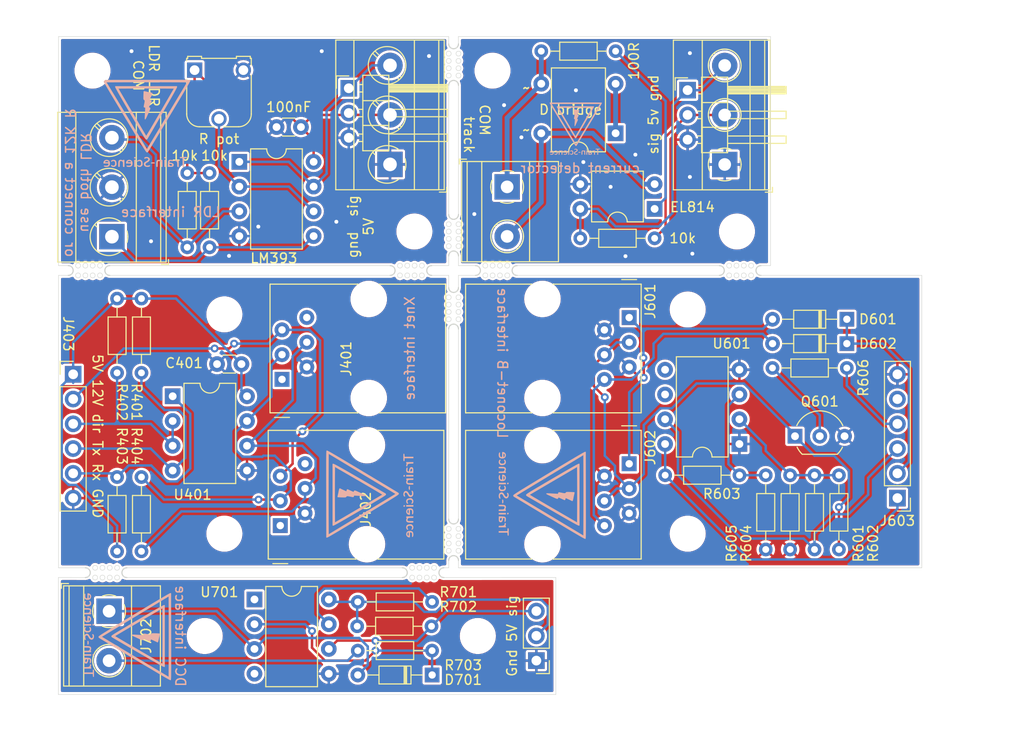
<source format=kicad_pcb>
(kicad_pcb (version 20211014) (generator pcbnew)
  (layers (0 "F.Cu" signal) (31 "B.Cu" signal) (34 "B.Paste" user) (35 "F.Paste" user) (36 "B.SilkS" user "B.Silkscreen") (37 "F.SilkS" user "F.Silkscreen") (38 "B.Mask" user) (39 "F.Mask" user) (44 "Edge.Cuts" user))
  (net 0 "")
  (net 1 "Net-(D701-Pad1)")
  (net 2 "GND")
  (net 3 "DCC_IN")
  (net 4 "+5V")
  (net 5 "Net-(R701-Pad2)")
  (net 7 "DCC-B")
  (net 8 "DCC-A")
  (footprint "TerminalBlock_MetzConnect:TerminalBlock_MetzConnect_Type073_RT02603HBLU_1x03_P5.08mm_Horizontal" (layer "F.Cu") (at 176.97 66.032 90)
    (fp_text reference "J1101" hide)
    (fp_text value "LDR")
  )
  (footprint "Connector_PinHeader_2.54mm:PinHeader_1x06_P2.54mm_Vertical" (layer "F.Cu") (at 173 80.15)
    (fp_text reference "J403")
    (fp_text value "Conn_01x06_Male")
  )
  (footprint "TerminalBlock_Phoenix:TerminalBlock_Phoenix_MKDS-1,5-2-5.08_1x02_P5.08mm_Horizontal" (layer "F.Cu") (at 217.488 60.92 -90)
    (fp_text reference "J1201" hide)
    (fp_text value "tracks")
  )
  (footprint "MountingHole:MountingHole_3.2mm_M3" (layer "F.Cu") (at 186.485249 106.995593)
    (fp_text reference "REF**" hide)
    (fp_text value "MountingHole_3.2mm_M3")
  )
  (footprint "Connector_RJ:RJ12_Amphenol_54601" (layer "F.Cu") (at 230 74.33 -90)
    (fp_text reference "J601")
    (fp_text value "RJ12")
  )
  (footprint "TerminalBlock_Phoenix:TerminalBlock_Phoenix_MKDS-1,5-3-5.08_1x03_P5.08mm_Horizontal" (layer "F.Cu") (at 239.793 58.625 90)
    (fp_text reference "J1202" hide)
    (fp_text value "ter")
  )
  (footprint "TerminalBlock_MetzConnect:TerminalBlock_MetzConnect_Type073_RT02603HBLU_1x03_P5.08mm_Horizontal" (layer "F.Cu") (at 205.48 58.616 90)
    (fp_text reference "J1103" hide)
    (fp_text value "ter")
  )
  (footprint "Connector_PinHeader_2.54mm:PinHeader_1x03_P2.54mm_Vertical" (layer "F.Cu") (at 220.485249 109.520593 180)
    (fp_text reference "J701" hide)
    (fp_text value "Conn_01x03_Male")
  )
  (footprint "Resistor_THT:R_Axial_DIN0204_L3.6mm_D1.6mm_P7.62mm_Horizontal" (layer "F.Cu") (at 251.5 90.5 -90)
    (fp_text reference "R602")
    (fp_text value "47k")
  )
  (footprint "Connector_RJ:RJ12_Amphenol_54601" (layer "F.Cu") (at 194.41 80.67 90)
    (fp_text reference "J401")
    (fp_text value "RJ12")
  )
  (footprint "Package_DIP:DIP-8_W7.62mm" (layer "F.Cu") (at 191.585249 103.245593)
    (fp_text reference "U701")
    (fp_text value "6N137")
  )
  (footprint "Resistor_THT:R_Axial_DIN0204_L3.6mm_D1.6mm_P7.62mm_Horizontal" (layer "F.Cu") (at 180 80 90)
    (fp_text reference "R401")
    (fp_text value "10k")
  )
  (footprint "MountingHole:MountingHole_3.2mm_M3" (layer "F.Cu") (at 241.05 65.5)
    (fp_text reference "REF**" hide)
    (fp_text value "MountingHole_3.2mm_M3")
  )
  (footprint "Resistor_THT:R_Axial_DIN0204_L3.6mm_D1.6mm_P7.62mm_Horizontal" (layer "F.Cu") (at 241.31 90.5 180)
    (fp_text reference "R603")
    (fp_text value "10k")
  )
  (footprint "MountingHole:MountingHole_3.2mm_M3" (layer "F.Cu") (at 215.988 49)
    (fp_text reference "REF**" hide)
    (fp_text value "MountingHole_3.2mm_M3")
  )
  (footprint "Package_DIP:DIP-4_W7.62mm" (layer "F.Cu") (at 232.608 63.18 180)
    (fp_text reference "U1201" hide)
    (fp_text value "EL814")
  )
  (footprint "Resistor_THT:R_Axial_DIN0204_L3.6mm_D1.6mm_P7.62mm_Horizontal" (layer "F.Cu") (at 186.98 59.5 -90)
    (fp_text reference "R1101" hide)
    (fp_text value "10k")
  )
  (footprint "MountingHole:MountingHole_3.2mm_M3" (layer "F.Cu") (at 236 96.5 180)
    (fp_text reference "REF**" hide)
    (fp_text value "MountingHole_3.2mm_M3")
  )
  (footprint "MountingHole:MountingHole_3.2mm_M3" (layer "F.Cu") (at 236 73.5 180)
    (fp_text reference "REF**" hide)
    (fp_text value "MountingHole_3.2mm_M3")
  )
  (footprint "Resistor_THT:R_Axial_DIN0204_L3.6mm_D1.6mm_P7.62mm_Horizontal" (layer "F.Cu") (at 220.988 47)
    (fp_text reference "R1201" hide)
    (fp_text value "100R")
  )
  (footprint "Package_TO_SOT_THT:TO-92_Inline_Wide" (layer "F.Cu") (at 247 86.5)
    (fp_text reference "Q601")
    (fp_text value "BC547")
  )
  (footprint "MountingHole:MountingHole_3.2mm_M3" (layer "F.Cu") (at 214.485249 106.995593)
    (fp_text reference "REF**" hide)
    (fp_text value "MountingHole_3.2mm_M3")
  )
  (footprint "Diode_THT:D_DO-34_SOD68_P7.62mm_Horizontal" (layer "F.Cu") (at 209.800249 110.995593 180)
    (fp_text reference "D701")
    (fp_text value "D")
  )
  (footprint "Connector_RJ:RJ12_Amphenol_54601" (layer "F.Cu") (at 194.23 95.67 90)
    (fp_text reference "J402")
    (fp_text value "RJ12")
  )
  (footprint "Resistor_THT:R_Axial_DIN0204_L3.6mm_D1.6mm_P7.62mm_Horizontal" (layer "F.Cu") (at 246.5 98.12 90)
    (fp_text reference "R604")
    (fp_text value "150k")
  )
  (footprint "MountingHole:MountingHole_3.2mm_M3" (layer "F.Cu") (at 207.98 65.5)
    (fp_text reference "REF**" hide)
    (fp_text value "MountingHole_3.2mm_M3")
  )
  (footprint "Capacitor_THT:C_Disc_D3.0mm_W1.6mm_P2.50mm" (layer "F.Cu") (at 196.35 54.786 180)
    (fp_text reference "C" hide)
    (fp_text value "100nF")
  )
  (footprint "Resistor_THT:R_Axial_DIN0204_L3.6mm_D1.6mm_P7.62mm_Horizontal" (layer "F.Cu") (at 180 98.31 90)
    (fp_text reference "R404")
    (fp_text value "120R")
  )
  (footprint "Resistor_THT:R_Axial_DIN0204_L3.6mm_D1.6mm_P7.62mm_Horizontal" (layer "F.Cu") (at 184.694 59.5 -90)
    (fp_text reference "R1102" hide)
    (fp_text value "10k")
  )
  (footprint "Diode_THT:Diode_Bridge_DIP-4_W7.62mm_P5.08mm" (layer "F.Cu") (at 228.608 55.42 180)
    (fp_text reference "D1201" hide)
    (fp_text value "D")
  )
  (footprint "Resistor_THT:R_Axial_DIN0204_L3.6mm_D1.6mm_P7.62mm_Horizontal" (layer "F.Cu") (at 177.5 90.69 -90)
    (fp_text reference "R403")
    (fp_text value "10k")
  )
  (footprint "Package_DIP:DIP-8_W7.62mm" (layer "F.Cu") (at 183.2 82.4)
    (fp_text reference "U401")
    (fp_text value "MAX485E")
  )
  (footprint "Connector_PinHeader_2.54mm:PinHeader_1x06_P2.54mm_Vertical" (layer "F.Cu") (at 257.5 92.85 180)
    (fp_text reference "J603")
    (fp_text value "Conn_01x06_Male")
  )
  (footprint "TerminalBlock_Phoenix:TerminalBlock_Phoenix_MKDS-1,5-2-5.08_1x02_P5.08mm_Horizontal" (layer "F.Cu") (at 176.680249 104.450593 -90)
    (fp_text reference "J702")
    (fp_text value "Screw_Terminal_01x02")
  )
  (footprint "Package_DIP:DIP-8_W7.62mm" (layer "F.Cu") (at 190.03 58.352)
    (fp_text reference "U1101" hide)
    (fp_text value "LM393")
  )
  (footprint "MountingHole:MountingHole_3.2mm_M3" (layer "F.Cu") (at 188.5 96.5)
    (fp_text reference "REF**" hide)
    (fp_text value "MountingHole_3.2mm_M3")
  )
  (footprint "Resistor_THT:R_Axial_DIN0204_L3.6mm_D1.6mm_P7.62mm_Horizontal" (layer "F.Cu") (at 177.5 80 90)
    (fp_text reference "R402")
    (fp_text value "10k")
  )
  (footprint "Resistor_THT:R_Axial_DIN0204_L3.6mm_D1.6mm_P7.62mm_Horizontal" (layer "F.Cu") (at 244 98.12 90)
    (fp_text reference "R605")
    (fp_text value "22k")
  )
  (footprint "Connector_PinHeader_2.54mm:PinHeader_1x03_P2.54mm_Horizontal" (layer "F.Cu") (at 235.988 51)
    (fp_text reference "J1203" hide)
    (fp_text value "ter")
  )
  (footprint "Resistor_THT:R_Axial_DIN0204_L3.6mm_D1.6mm_P7.62mm_Horizontal" (layer "F.Cu") (at 232.608 66.194 180)
    (fp_text reference "R1202" hide)
    (fp_text value "10k")
  )
  (footprint "Diode_THT:D_DO-34_SOD68_P7.62mm_Horizontal" (layer "F.Cu") (at 252.315 74.5 180)
    (fp_text reference "D601")
    (fp_text value "D")
  )
  (footprint "Package_DIP:DIP-8_W7.62mm" (layer "F.Cu") (at 241.3 87.3 180)
    (fp_text reference "U601")
    (fp_text value "LM311")
  )
  (footprint "Resistor_THT:R_Axial_DIN0204_L3.6mm_D1.6mm_P7.62mm_Horizontal" (layer "F.Cu") (at 202.115249 105.995593)
    (fp_text reference "R702")
    (fp_text value "10k")
  )
  (footprint "Diode_THT:D_DO-34_SOD68_P7.62mm_Horizontal" (layer "F.Cu") (at 252.315 77 180)
    (fp_text reference "D602")
    (fp_text value "D")
  )
  (footprint "Resistor_THT:R_Axial_DIN0204_L3.6mm_D1.6mm_P7.62mm_Horizontal" (layer "F.Cu") (at 249 90.5 -90)
    (fp_text reference "R601")
    (fp_text value "220k")
  )
  (footprint "Potentiometer_THT:Potentiometer_Runtron_RM-065_Vertical" (layer "F.Cu") (at 185.448 48.944)
    (fp_text reference "R pot")
    (fp_text value "REF")
  )
  (footprint "Resistor_THT:R_Axial_DIN0204_L3.6mm_D1.6mm_P7.62mm_Horizontal" (layer "F.Cu") (at 202.175249 108.495593)
    (fp_text reference "R703")
    (fp_text value "1k")
  )
  (footprint "MountingHole:MountingHole_3.2mm_M3" (layer "F.Cu") (at 188.5 74)
    (fp_text reference "REF**" hide)
    (fp_text value "MountingHole_3.2mm_M3")
  )
  (footprint "MountingHole:MountingHole_3.2mm_M3" (layer "F.Cu") (at 174.98 49)
    (fp_text reference "REF**" hide)
    (fp_text value "MountingHole_3.2mm_M3")
  )
  (footprint "Resistor_THT:R_Axial_DIN0204_L3.6mm_D1.6mm_P7.62mm_Horizontal" (layer "F.Cu") (at 202.175249 103.495593)
    (fp_text reference "R701")
    (fp_text value "10k")
  )
  (footprint "Connector_PinHeader_2.54mm:PinHeader_1x03_P2.54mm_Horizontal" (layer "F.Cu") (at 201.254 50.806)
    (fp_text reference "J1102" hide)
    (fp_text value "ter")
  )
  (footprint "Capacitor_THT:C_Disc_D3.0mm_W1.6mm_P2.50mm" (layer "F.Cu") (at 190.25 79.1 180)
    (fp_text reference "C401")
    (fp_text value "100n")
  )
  (footprint "Resistor_THT:R_Axial_DIN0204_L3.6mm_D1.6mm_P7.62mm_Horizontal" (layer "F.Cu") (at 244.69 79.5)
    (fp_text reference "R606")
    (fp_text value "1k")
  )
  (footprint "Connector_RJ:RJ12_Amphenol_54601" (layer "F.Cu") (at 230 89.33 -90)
    (fp_text reference "J602")
    (fp_text value "RJ12")
  )
  (footprint "kicad_images:Train-Science logo small" (layer "B.Cu") (at 203.5 92.5 -90)
    (fp_text reference "G***" hide)
    (fp_text value "LOGO" hide)
  )
  (footprint "kicad_images:Train-Science logo extra small" (layer "B.Cu") (at 224.488 55 180)
    (fp_text reference "G***" hide)
    (fp_text value "LOGO" hide)
  )
  (footprint "kicad_images:Train-Science logo small" (layer "B.Cu") (at 221 92.5 90)
    (fp_text reference "G***" hide)
    (fp_text value "LOGO" hide)
  )
  (footprint "kicad_images:Train-Science logo small" (layer "B.Cu") (at 180.48 54.5 180)
    (fp_text reference "G***" hide)
    (fp_text value "LOGO" hide)
  )
  (footprint "kicad_images:Train-Science logo small" (layer "B.Cu") (at 178.485249 106.995593 90)
    (fp_text reference "G***" hide)
    (fp_text value "LOGO" hide)
  )
  (gr_circle (center 174.25 70) (end 174 70) (layer "Edge.Cuts") (width 0.05) (fill none))
  (gr_arc (start 212.5 95) (mid 212 95.5) (end 211.5 95) (layer "Edge.Cuts") (width 0.12))
  (gr_circle (center 241 70) (end 240.75 70) (layer "Edge.Cuts") (width 0.05) (fill none))
  (gr_circle (center 211.5 73.75) (end 211.75 73.75) (layer "Edge.Cuts") (width 0.05) (fill none))
  (gr_arc (start 212.5 71.25) (mid 212 71.75) (end 211.5 71.25) (layer "Edge.Cuts") (width 0.12))
  (gr_line (start 211.5 70) (end 211.5 71.25) (layer "Edge.Cuts") (width 0.05))
  (gr_line (start 212.5 95) (end 212.5 75.5) (layer "Edge.Cuts") (width 0.05))
  (gr_circle (center 173.5 70) (end 173.5 69.75) (layer "Edge.Cuts") (width 0.05) (fill none))
  (gr_circle (center 212.5 47.25) (end 212.25 47.25) (layer "Edge.Cuts") (width 0.05) (fill none))
  (gr_circle (center 212.5 72.25) (end 212.25 72.25) (layer "Edge.Cuts") (width 0.05) (fill none))
  (gr_circle (center 242.5 69) (end 242.5 69.25) (layer "Edge.Cuts") (width 0.05) (fill none))
  (gr_circle (center 208 70) (end 208 69.75) (layer "Edge.Cuts") (width 0.05) (fill none))
  (gr_line (start 211.5 50.5) (end 211.5 63.75) (layer "Edge.Cuts") (width 0.05))
  (gr_line (start 211.5 69) (end 209.75 69) (layer "Edge.Cuts") (width 0.05))
  (gr_arc (start 211 101) (mid 210.5 100.5) (end 211 100) (layer "Edge.Cuts") (width 0.12))
  (gr_circle (center 208 69) (end 208 69.25) (layer "Edge.Cuts") (width 0.05) (fill none))
  (gr_circle (center 210 101) (end 209.75 101) (layer "Edge.Cuts") (width 0.05) (fill none))
  (gr_arc (start 211.5 50.5) (mid 212 50) (end 212.5 50.5) (layer "Edge.Cuts") (width 0.12))
  (gr_line (start 212.5 70) (end 214.25 70) (layer "Edge.Cuts") (width 0.05))
  (gr_circle (center 173.5 69) (end 173.5 69.25) (layer "Edge.Cuts") (width 0.05) (fill none))
  (gr_circle (center 241 69) (end 241 69.25) (layer "Edge.Cuts") (width 0.05) (fill none))
  (gr_line (start 222.485249 100.995593) (end 211 101) (layer "Edge.Cuts") (width 0.05))
  (gr_circle (center 208.75 70) (end 208.5 70) (layer "Edge.Cuts") (width 0.05) (fill none))
  (gr_arc (start 211.5 68) (mid 212 67.5) (end 212.5 68) (layer "Edge.Cuts") (width 0.12))
  (gr_line (start 260 70) (end 260 100) (layer "Edge.Cuts") (width 0.05))
  (gr_line (start 218.5 70) (end 239.25 70) (layer "Edge.Cuts") (width 0.05))
  (gr_arc (start 206.75 100) (mid 207.25 100.5) (end 206.75 101) (layer "Edge.Cuts") (width 0.12))
  (gr_line (start 171.5 45.5) (end 211.5 45.5) (layer "Edge.Cuts") (width 0.05))
  (gr_line (start 211.5 75.5) (end 211.5 95) (layer "Edge.Cuts") (width 0.05))
  (gr_line (start 172.5 69) (end 171.5 69) (layer "Edge.Cuts") (width 0.05))
  (gr_circle (center 216 70) (end 215.75 70) (layer "Edge.Cuts") (width 0.05) (fill none))
  (gr_line (start 211.5 100) (end 211.5 99.25) (layer "Edge.Cuts") (width 0.05))
  (gr_circle (center 212.5 66.25) (end 212.25 66.25) (layer "Edge.Cuts") (width 0.05) (fill none))
  (gr_circle (center 211.5 66.25) (end 211.75 66.25) (layer "Edge.Cuts") (width 0.05) (fill none))
  (gr_circle (center 215.25 69) (end 215.25 69.25) (layer "Edge.Cuts") (width 0.05) (fill none))
  (gr_circle (center 210 100) (end 210 100.25) (layer "Edge.Cuts") (width 0.05) (fill none))
  (gr_circle (center 208.5 100) (end 208.5 100.25) (layer "Edge.Cuts") (width 0.05) (fill none))
  (gr_line (start 214.25 69) (end 212.5 69) (layer "Edge.Cuts") (width 0.05))
  (gr_line (start 212.5 69) (end 212.5 68) (layer "Edge.Cuts") (width 0.05))
  (gr_circle (center 211.5 47.25) (end 211.75 47.25) (layer "Edge.Cuts") (width 0.05) (fill none))
  (gr_circle (center 175.25 101) (end 175.25 100.75) (layer "Edge.Cuts") (width 0.05) (fill none))
  (gr_circle (center 241.75 69) (end 241.75 69.25) (layer "Edge.Cuts") (width 0.05) (fill none))
  (gr_circle (center 212.5 96) (end 212.25 96) (layer "Edge.Cuts") (width 0.05) (fill none))
  (gr_line (start 211.5 45.5) (end 211.5 46.25) (layer "Edge.Cuts") (width 0.05))
  (gr_line (start 222.485249 112.995593) (end 222.485249 100.995593) (layer "Edge.Cuts") (width 0.05))
  (gr_circle (center 240.25 70) (end 240.25 69.75) (layer "Edge.Cuts") (width 0.05) (fill none))
  (gr_circle (center 211.5 48.75) (end 211.75 48.75) (layer "Edge.Cuts") (width 0.05) (fill none))
  (gr_circle (center 217.5 69) (end 217.5 69.25) (layer "Edge.Cuts") (width 0.05) (fill none))
  (gr_circle (center 177.5 101) (end 177.25 101) (layer "Edge.Cuts") (width 0.05) (fill none))
  (gr_arc (start 172.5 69) (mid 173 69.5) (end 172.5 70) (layer "Edge.Cuts") (width 0.12))
  (gr_arc (start 176.75 70) (mid 176.25 69.5) (end 176.75 69) (layer "Edge.Cuts") (width 0.12))
  (gr_arc (start 218.5 70) (mid 218 69.5) (end 218.5 69) (layer "Edge.Cuts") (width 0.12))
  (gr_circle (center 212.5 48.75) (end 212.25 48.75) (layer "Edge.Cuts") (width 0.05) (fill none))
  (gr_circle (center 212.5 64.75) (end 212.25 64.75) (layer "Edge.Cuts") (width 0.05) (fill none))
  (gr_circle (center 208.75 69) (end 208.75 69.25) (layer "Edge.Cuts") (width 0.05) (fill none))
  (gr_circle (center 212.5 49.5) (end 212.25 49.5) (layer "Edge.Cuts") (width 0.05) (fill none))
  (gr_circle (center 211.5 48) (end 211.5 47.75) (layer "Edge.Cuts") (width 0.05) (fill none))
  (gr_circle (center 207.75 101) (end 207.75 100.75) (layer "Edge.Cuts") (width 0.05) (fill none))
  (gr_circle (center 176 100) (end 176 100.25) (layer "Edge.Cuts") (width 0.05) (fill none))
  (gr_circle (center 241.75 70) (end 241.75 69.75) (layer "Edge.Cuts") (width 0.05) (fill none))
  (gr_arc (start 174.25 100) (mid 174.75 100.5) (end 174.25 101) (layer "Edge.Cuts") (width 0.12))
  (gr_circle (center 211.5 64.75) (end 211.75 64.75) (layer "Edge.Cuts") (width 0.05) (fill none))
  (gr_line (start 171.5 100) (end 171.5 70) (layer "Edge.Cuts") (width 0.05))
  (gr_circle (center 211.5 96) (end 211.75 96) (layer "Edge.Cuts") (width 0.05) (fill none))
  (gr_circle (center 216.75 70) (end 216.75 69.75) (layer "Edge.Cuts") (width 0.05) (fill none))
  (gr_line (start 171.5 70) (end 172.5 70) (layer "Edge.Cuts") (width 0.05))
  (gr_line (start 244.488 45.5) (end 244.488 69) (layer "Edge.Cuts") (width 0.05))
  (gr_arc (start 214.25 69) (mid 214.75 69.5) (end 214.25 70) (layer "Edge.Cuts") (width 0.12))
  (gr_arc (start 211.5 99.25) (mid 212 98.75) (end 212.5 99.25) (layer "Edge.Cuts") (width 0.12))
  (gr_arc (start 239.25 69) (mid 239.75 69.5) (end 239.25 70) (layer "Edge.Cuts") (width 0.12))
  (gr_circle (center 175.75 69) (end 175.75 69.25) (layer "Edge.Cuts") (width 0.05) (fill none))
  (gr_line (start 171.5 69) (end 171.5 45.5) (layer "Edge.Cuts") (width 0.05))
  (gr_circle (center 175 69) (end 175 69.25) (layer "Edge.Cuts") (width 0.05) (fill none))
  (gr_circle (center 208.5 101) (end 208.25 101) (layer "Edge.Cuts") (width 0.05) (fill none))
  (gr_circle (center 206.5 69) (end 206.5 69.25) (layer "Edge.Cuts") (width 0.05) (fill none))
  (gr_line (start 171.485249 100.995593) (end 171.485249 112.995593) (layer "Edge.Cuts") (width 0.05))
  (gr_circle (center 212.5 67) (end 212.25 67) (layer "Edge.Cuts") (width 0.05) (fill none))
  (gr_circle (center 212.5 73.75) (end 212.25 73.75) (layer "Edge.Cuts") (width 0.05) (fill none))
  (gr_line (start 171.485249 112.995593) (end 222.485249 112.995593) (layer "Edge.Cuts") (width 0.05))
  (gr_circle (center 207.75 100) (end 207.75 100.25) (layer "Edge.Cuts") (width 0.05) (fill none))
  (gr_circle (center 217.5 70) (end 217.25 70) (layer "Edge.Cuts") (width 0.05) (fill none))
  (gr_line (start 206.75 100) (end 178.5 100) (layer "Edge.Cuts") (width 0.05))
  (gr_circle (center 215.25 70) (end 215.25 69.75) (layer "Edge.Cuts") (width 0.05) (fill none))
  (gr_circle (center 175 70) (end 175 69.75) (layer "Edge.Cuts") (width 0.05) (fill none))
  (gr_circle (center 207.25 70) (end 207 70) (layer "Edge.Cuts") (width 0.05) (fill none))
  (gr_circle (center 207.25 69) (end 207.25 69.25) (layer "Edge.Cuts") (width 0.05) (fill none))
  (gr_circle (center 206.5 70) (end 206.5 69.75) (layer "Edge.Cuts") (width 0.05) (fill none))
  (gr_line (start 212.5 50.5) (end 212.5 63.75) (layer "Edge.Cuts") (width 0.05))
  (gr_circle (center 177.5 100) (end 177.5 100.25) (layer "Edge.Cuts") (width 0.05) (fill none))
  (gr_line (start 211.5 68) (end 211.5 69) (layer "Edge.Cuts") (width 0.05))
  (gr_circle (center 176.75 100) (end 176.75 100.25) (layer "Edge.Cuts") (width 0.05) (fill none))
  (gr_circle (center 211.5 49.5) (end 211.5 49.25) (layer "Edge.Cuts") (width 0.05) (fill none))
  (gr_circle (center 175.75 70) (end 175.5 70) (layer "Edge.Cuts") (width 0.05) (fill none))
  (gr_circle (center 175.25 100) (end 175.25 100.25) (layer "Edge.Cuts") (width 0.05) (fill none))
  (gr_line (start 209.75 70) (end 211.5 70) (layer "Edge.Cuts") (width 0.05))
  (gr_arc (start 243.5 70) (mid 243 69.5) (end 243.5 69) (layer "Edge.Cuts") (width 0.12))
  (gr_line (start 243.5 69) (end 244.488 69) (layer "Edge.Cuts") (width 0.05))
  (gr_line (start 244.488 45.5) (end 212.488 45.5) (layer "Edge.Cuts") (width 0.05))
  (gr_line (start 211.5 100) (end 211 100) (layer "Edge.Cuts") (width 0.05))
  (gr_circle (center 211.5 72.25) (end 211.75 72.25) (layer "Edge.Cuts") (width 0.05) (fill none))
  (gr_circle (center 212.5 97.5) (end 212.25 97.5) (layer "Edge.Cuts") (width 0.05) (fill none))
  (gr_arc (start 178.5 101) (mid 178 100.5) (end 178.5 100) (layer "Edge.Cuts") (width 0.12))
  (gr_circle (center 211.5 67) (end 211.5 66.75) (layer "Edge.Cuts") (width 0.05) (fill none))
  (gr_circle (center 211.5 96.75) (end 211.5 96.5) (layer "Edge.Cuts") (width 0.05) (fill none))
  (gr_circle (center 176 101) (end 175.75 101) (layer "Edge.Cuts") (width 0.05) (fill none))
  (gr_line (start 174.25 101) (end 171.485249 100.995593) (layer "Edge.Cuts") (width 0.05))
  (gr_circle (center 216.75 69) (end 216.75 69.25) (layer "Edge.Cuts") (width 0.05) (fill none))
  (gr_arc (start 211.5 75.5) (mid 212 75) (end 212.5 75.5) (layer "Edge.Cuts") (width 0.12))
  (gr_circle (center 212.5 96.75) (end 212.25 96.75) (layer "Edge.Cuts") (width 0.05) (fill none))
  (gr_line (start 205.5 69) (end 176.75 69) (layer "Edge.Cuts") (width 0.05))
  (gr_circle (center 212.5 48) (end 212.25 48) (layer "Edge.Cuts") (width 0.05) (fill none))
  (gr_line (start 176.75 70) (end 205.5 70) (layer "Edge.Cuts") (width 0.05))
  (gr_line (start 174.25 100) (end 171.5 100) (layer "Edge.Cuts") (width 0.05))
  (gr_line (start 260 100) (end 212.5 100) (layer "Edge.Cuts") (width 0.05))
  (gr_circle (center 240.25 69) (end 240.25 69.25) (layer "Edge.Cuts") (width 0.05) (fill none))
  (gr_circle (center 212.5 73) (end 212.25 73) (layer "Edge.Cuts") (width 0.05) (fill none))
  (gr_line (start 243.5 70) (end 260 70) (layer "Edge.Cuts") (width 0.05))
  (gr_arc (start 209.75 70) (mid 209.25 69.5) (end 209.75 69) (layer "Edge.Cuts") (width 0.12))
  (gr_line (start 239.25 69) (end 218.5 69) (layer "Edge.Cuts") (width 0.05))
  (gr_circle (center 211.5 65.5) (end 211.5 65.25) (layer "Edge.Cuts") (width 0.05) (fill none))
  (gr_circle (center 209.25 101) (end 209.25 100.75) (layer "Edge.Cuts") (width 0.05) (fill none))
  (gr_circle (center 212.5 65.5) (end 212.25 65.5) (layer "Edge.Cuts") (width 0.05) (fill none))
  (gr_circle (center 174.25 69) (end 174.25 69.25) (layer "Edge.Cuts") (width 0.05) (fill none))
  (gr_circle (center 211.5 98.25) (end 211.5 98) (layer "Edge.Cuts") (width 0.05) (fill none))
  (gr_line (start 212.5 100) (end 212.5 99.25) (layer "Edge.Cuts") (width 0.05))
  (gr_circle (center 211.5 97.5) (end 211.75 97.5) (layer "Edge.Cuts") (width 0.05) (fill none))
  (gr_line (start 212.5 71.25) (end 212.5 70) (layer "Edge.Cuts") (width 0.05))
  (gr_arc (start 212.5 46.25) (mid 212 46.75) (end 211.5 46.25) (layer "Edge.Cuts") (width 0.12))
  (gr_circle (center 209.25 100) (end 209.25 100.25) (layer "Edge.Cuts") (width 0.05) (fill none))
  (gr_circle (center 176.75 101) (end 176.75 100.75) (layer "Edge.Cuts") (width 0.05) (fill none))
  (gr_circle (center 212.5 74.5) (end 212.25 74.5) (layer "Edge.Cuts") (width 0.05) (fill none))
  (gr_arc (start 205.5 69) (mid 206 69.5) (end 205.5 70) (layer "Edge.Cuts") (width 0.12))
  (gr_circle (center 212.5 98.25) (end 212.25 98.25) (layer "Edge.Cuts") (width 0.05) (fill none))
  (gr_circle (center 242.5 70) (end 242.25 70) (layer "Edge.Cuts") (width 0.05) (fill none))
  (gr_circle (center 216 69) (end 216 69.25) (layer "Edge.Cuts") (width 0.05) (fill none))
  (gr_line (start 206.75 101) (end 178.5 101) (layer "Edge.Cuts") (width 0.05))
  (gr_circle (center 211.5 73) (end 211.5 72.75) (layer "Edge.Cuts") (width 0.05) (fill none))
  (gr_arc (start 212.5 63.75) (mid 212 64.25) (end 211.5 63.75) (layer "Edge.Cuts") (width 0.12))
  (gr_line (start 212.488 45.5) (end 212.5 46.25) (layer "Edge.Cuts") (width 0.05))
  (gr_circle (center 211.5 74.5) (end 211.5 74.25) (layer "Edge.Cuts") (width 0.05) (fill none))
  (gr_text "LDR interface" (at 182.98 63.5) (layer "B.SilkS") (effects (font (size 1 1)) (justify mirror)))
  (gr_text "DCC interface" (at 183.985249 106.995593 270) (layer "B.SilkS") (effects (font (size 1 1)) (justify mirror)))
  (gr_text "Xnet interface" (at 207.5 77.5 90) (layer "B.SilkS") (effects (font (size 1 1)) (justify mirror)))
  (gr_text "Loconet-B interface" (at 217 79 270) (layer "B.SilkS") (effects (font (size 1 1)) (justify mirror)))
  (gr_text "current detector" (at 224.988 59) (layer "B.SilkS") (effects (font (size 1 1)) (justify mirror)))
  (gr_text "use both LDR\nor connect a 12K R" (at 173.48 60.5 270) (layer "B.SilkS") (effects (font (size 1 1)) (justify mirror)))
  (gr_text "Gnd 5V sig" (at 217.985249 106.995593 90) (layer "F.SilkS") (effects (font (size 1 1))))
  (gr_text "gnd  sig\n5V" (at 202.48 65 90) (layer "F.SilkS") (effects (font (size 1 1))))
  (gr_text "LDR LDR\nCOM" (at 180.48 49.5 270) (layer "F.SilkS") (effects (font (size 1 1))))
  (gr_text "~" (at 219.46 50.758) (layer "F.SilkS") (effects (font (size 1 1))))
  (gr_text "~" (at 219.46 55.076) (layer "F.SilkS") (effects (font (size 1 1))))
  (gr_text "5V 12V dir Tx Rx GND" (at 175.5 86.5 270) (layer "F.SilkS") (effects (font (size 1 1))))
  (gr_text "COM  \n  track" (at 214.38 54.822 270) (layer "F.SilkS") (effects (font (size 1 1))))
  (gr_text "D bridge" (at 223.988 53) (layer "F.SilkS") (effects (font (size 1 1))))
  (gr_text "sig 5v gnd" (at 232.488 53.5 90) (layer "F.SilkS") (effects (font (size 1 1))))
  (segment (start 189 77.5) (end 189.5 77) (width 0.25) (layer "F.Cu") (net 0))
  (segment (start 251.5 98.12) (end 251.5 93.7755) (width 0.25) (layer "F.Cu") (net 0))
  (segment (start 192 93) (end 194.1 93) (width 0.25) (layer "F.Cu") (net 0))
  (segment (start 226.375 79.225) (end 226.375 81.375) (width 0.25) (layer "F.Cu") (net 0))
  (segment (start 194.23 90.59) (end 195.495 89.325) (width 0.25) (layer "F.Cu") (net 0))
  (segment (start 231.5 80.5) (end 231.5 78.5) (width 0.25) (layer "F.Cu") (net 0))
  (segment (start 195.495 87.005) (end 196.5 86) (width 0.25) (layer "F.Cu") (net 0))
  (segment (start 226.375 81.375) (end 227.5 82.5) (width 0.25) (layer "F.Cu") (net 0))
  (segment (start 195.495 89.325) (end 195.495 87.005) (width 0.25) (layer "F.Cu") (net 0))
  (segment (start 194.1 93) (end 194.23 93.13) (width 0.25) (layer "F.Cu") (net 0))
  (segment (start 227.46 78.14) (end 226.375 79.225) (width 0.25) (layer "F.Cu") (net 0))
  (segment (start 187.5 77.5) (end 189 77.5) (width 0.25) (layer "F.Cu") (net 0))
  (segment (start 231.5 78.5) (end 231.459912 78.459912) (width 0.25) (layer "F.Cu") (net 0))
  (via (at 189.5 77) (size 0.8) (drill 0.4) (layers "F.Cu" "B.Cu") (net 0))
  (via (at 251.5 93.7755) (size 0.8) (drill 0.4) (layers "F.Cu" "B.Cu") (net 0))
  (via (at 187.5 77.5) (size 0.8) (drill 0.4) (layers "F.Cu" "B.Cu") (net 0))
  (via (at 192 93) (size 0.8) (drill 0.4) (layers "F.Cu" "B.Cu") (net 0))
  (via (at 196.5 86) (size 0.8) (drill 0.4) (layers "F.Cu" "B.Cu") (net 0))
  (via (at 231.5 80.5) (size 0.8) (drill 0.4) (layers "F.Cu" "B.Cu") (net 0))
  (via (at 227.5 82.5) (size 0.8) (drill 0.4) (layers "F.Cu" "B.Cu") (net 0))
  (via (at 231.459912 78.459912) (size 0.8) (drill 0.4) (layers "F.Cu" "B.Cu") (net 0))
  (segment (start 203.641523 48.456) (end 205.48 48.456) (width 0.25) (layer "B.Cu") (net 0))
  (segment (start 178.69 89.5) (end 177.5 90.69) (width 0.25) (layer "B.Cu") (net 0))
  (segment (start 231.5 85.349009) (end 231.5 90.37) (width 0.25) (layer "B.Cu") (net 0))
  (segment (start 181.48 63.906) (end 184.694 67.12) (width 0.25) (layer "B.Cu") (net 0))
  (segment (start 231.975001 75.475001) (end 231.145001 75.475001) (width 0.25) (layer "B.Cu") (net 0))
  (segment (start 187.948 58.81) (end 187.948 53.944) (width 0.25) (layer "B.Cu") (net 0))
  (segment (start 184.5 84.5) (end 184.5 88.72) (width 0.25) (layer "B.Cu") (net 0))
  (segment (start 251.5 90.5) (end 246.5 90.5) (width 0.25) (layer "B.Cu") (net 0))
  (segment (start 197.855 88.855) (end 196.48 87.48) (width 0.25) (layer "B.Cu") (net 0))
  (segment (start 177.12 90.31) (end 177.5 90.69) (width 0.25) (layer "B.Cu") (net 0))
  (segment (start 247 86.5) (end 247 86.329009) (width 0.25) (layer "B.Cu") (net 0))
  (segment (start 244.695 74.5) (end 243.719999 75.475001) (width 0.25) (layer "B.Cu") (net 0))
  (segment (start 234.446 63.592) (end 233.056 64.982) (width 0.25) (layer "B.Cu") (net 0))
  (segment (start 233.733 52.125) (end 228.608 47) (width 0.25) (layer "B.Cu") (net 0))
  (segment (start 226.375 81.765) (end 226.375 94.595) (width 0.25) (layer "B.Cu") (net 0))
  (segment (start 217.488 60.92) (end 217.488 53.84) (width 0.5) (layer "B.Cu") (net 0))
  (segment (start 177.77 85.23) (end 180.95 85.23) (width 0.25) (layer "B.Cu") (net 0))
  (segment (start 196.5 86) (end 198.305 84.195) (width 0.25) (layer "B.Cu") (net 0))
  (segment (start 256.011701 77) (end 258.675 79.663299) (width 0.25) (layer "B.Cu") (net 0))
  (segment (start 236.905001 81.095) (end 234.365001 83.635) (width 0.25) (layer "B.Cu") (net 0))
  (segment (start 220.988 55.42) (end 220.988 62.5) (width 0.5) (layer "B.Cu") (net 0))
  (segment (start 184.694 67.12) (end 188.382 63.432) (width 0.25) (layer "B.Cu") (net 0))
  (segment (start 183.665991 91.145) (end 182.645 91.145) (width 0.25) (layer "B.Cu") (net 0))
  (segment (start 182.365 83.815) (end 183.815 83.815) (width 0.25) (layer "B.Cu") (net 0))
  (segment (start 234.446 52.542) (end 234.446 63.592) (width 0.25) (layer "B.Cu") (net 0))
  (segment (start 257.5 87.77) (end 254.5 90.77) (width 0.25) (layer "B.Cu") (net 0))
  (segment (start 190.82 84.94) (end 193.325 82.435) (width 0.25) (layer "B.Cu") (net 0))
  (segment (start 190.03 60.892) (end 187.948 58.81) (width 0.25) (layer "B.Cu") (net 0))
  (segment (start 173 82.69) (end 178.19 77.5) (width 0.25) (layer "B.Cu") (net 0))
  (segment (start 228.73 91.87) (end 230 91.87) (width 0.25) (layer "B.Cu") (net 0))
  (segment (start 184.095 94.215) (end 180 98.31) (width 0.25) (layer "B.Cu") (net 0))
  (segment (start 192.5 88.5) (end 193.674422 88.5) (width 0.25) (layer "B.Cu") (net 0))
  (segment (start 180 80) (end 180 81.45) (width 0.25) (layer "B.Cu") (net 0))
  (segment (start 190.03 58.352) (end 195.11 58.352) (width 0.25) (layer "B.Cu") (net 0))
  (segment (start 177.27 85.23) (end 177.77 85.23) (width 0.25) (layer "B.Cu") (net 0))
  (segment (start 239.793 48.465) (end 237.258 51) (width 0.25) (layer "B.Cu") (net 0))
  (segment (start 196.502 67.12) (end 197.65 65.972) (width 0.25) (layer "B.Cu") (net 0))
  (segment (start 193.674422 88.5) (end 195.315 90.140578) (width 0.25) (layer "B.Cu") (net 0))
  (segment (start 186.98 67.12) (end 196.502 67.12) (width 0.25) (layer "B.Cu") (net 0))
  (segment (start 185 84.2) (end 185 89.810991) (width 0.25) (layer "B.Cu") (net 0))
  (segment (start 228.73 76.87) (end 227.46 78.14) (width 0.25) (layer "B.Cu") (net 0))
  (segment (start 227.46 93.14) (end 228.73 91.87) (width 0.25) (layer "B.Cu") (net 0))
  (segment (start 198.305 76.680578) (end 198.305 82.805) (width 0.25) (layer "B.Cu") (net 0))
  (segment (start 177.07 56.066) (end 179.914 56.066) (width 0.25) (layer "B.Cu") (net 0))
  (segment (start 252.5 94.5) (end 251 94.5) (width 0.25) (layer "B.Cu") (net 0))
  (segment (start 226.802 63.18) (end 224.988 63.18) (width 0.25) (layer "B.Cu") (net 0))
  (segment (start 227.46 80.68) (end 226.375 81.765) (width 0.25) (layer "B.Cu") (net 0))
  (segment (start 220.988 50.34) (end 220.988 47) (width 0.5) (layer "B.Cu") (net 0))
  (segment (start 193.325 79.215) (end 194.41 78.13) (width 0.25) (layer "B.Cu") (net 0))
  (segment (start 243.719999 75.475001) (end 231.975001 75.475001) (width 0.25) (layer "B.Cu") (net 0))
  (segment (start 193.325 82.435) (end 193.325 79.215) (width 0.25) (layer "B.Cu") (net 0))
  (segment (start 241.5 97) (end 235 90.5) (width 0.25) (layer "B.Cu") (net 0))
  (segment (start 240.175 89.365) (end 240.175 83.345) (width 0.25) (layer "B.Cu") (net 0))
  (segment (start 198.98 59.562) (end 198.98 53.117523) (width 0.25) (layer "B.Cu") (net 0))
  (segment (start 196.95 76.86) (end 195.5 78.31) (width 0.25) (layer "B.Cu") (net 0))
  (segment (start 190.82 84.94) (end 189.695 86.065) (width 0.25) (layer "B.Cu") (net 0))
  (segment (start 244 87.46) (end 244 88) (width 0.25) (layer "B.Cu") (net 0))
  (segment (start 241.3 84.76) (end 244 87.46) (width 0.25) (layer "B.Cu") (net 0))
  (segment (start 249 88.5) (end 247 86.5) (width 0.25) (layer "B.Cu") (net 0))
  (segment (start 181.48 57.632) (end 181.48 63.906) (width 0.25) (layer "B.Cu") (net 0))
  (segment (start 249 96.5) (end 249 98.12) (width 0.25) (layer "B.Cu") (net 0))
  (segment (start 254.5 90.77) (end 254.5 92.5) (width 0.25) (layer "B.Cu") (net 0))
  (segment (start 252.525 90.025) (end 251 88.5) (width 0.25) (layer "B.Cu") (net 0))
  (segment (start 197.214422 75.59) (end 198.305 76.680578) (width 0.25) (layer "B.Cu") (net 0))
  (segment (start 183.2 84.94) (end 183.2 87.48) (width 0.25) (layer "B.Cu") (net 0))
  (segment (start 177.5 85) (end 177.27 85.23) (width 0.25) (layer "B.Cu") (net 0))
  (segment (start 195.11 60.892) (end 197.65 63.432) (width 0.25) (layer "B.Cu") (net 0))
  (segment (start 230 91.87) (end 228.545 90.415) (width 0.25) (layer "B.Cu") (net 0))
  (segment (start 231.5 90.37) (end 230 91.87) (width 0.25) (layer "B.Cu") (net 0))
  (segment (start 195.315 90.140578) (end 195.315 92.045) (width 0.25) (layer "B.Cu") (net 0))
  (segment (start 180.95 87.77) (end 183.2 90.02) (width 0.25) (layer "B.Cu") (net 0))
  (segment (start 224.988 66.194) (end 224.988 63.18) (width 0.25) (layer "B.Cu") (net 0))
  (segment (start 228.604 64.982) (end 226.802 63.18) (width 0.25) (layer "B.Cu") (net 0))
  (segment (start 247 86.329009) (end 241.765991 81.095) (width 0.25) (layer "B.Cu") (net 0))
  (segment (start 183.2 82.4) (end 185 84.2) (width 0.25) (layer "B.Cu") (net 0))
  (segment (start 235.988 51) (end 234.446 52.542) (width 0.25) (layer "B.Cu") (net 0))
  (segment (start 181 89.5) (end 178.69 89.5) (width 0.25) (layer "B.Cu") (net 0))
  (segment (start 180 81.45) (end 182.365 83.815) (width 0.25) (layer "B.Cu") (net 0))
  (segment (start 189.695 87.945991) (end 190.354009 88.605) (width 0.25) (layer "B.Cu") (net 0))
  (segment (start 258.675 79.663299) (end 258.675 89.135) (width 0.25) (layer "B.Cu") (net 0))
  (segment (start 196.77 91.86) (end 196.77 92.865578) (width 0.25) (layer "B.Cu") (net 0))
  (segment (start 230 89.33) (end 230 82) (width 0.25) (layer "B.Cu") (net 0))
  (segment (start 258.675 89.135) (end 257.5 90.31) (width 0.25) (layer "B.Cu") (net 0))
  (segment (start 180 90.69) (end 182.31 93) (width 0.25) (layer "B.Cu") (net 0))
  (segment (start 228.545 90.415) (end 228.545 89.545) (width 0.25) (layer "B.Cu") (net 0))
  (segment (start 256.23 85.23) (end 257.5 85.23) (width 0.25) (layer "B.Cu") (net 0))
  (segment (start 179.344 68.5) (end 177.07 66.226) (width 0.25) (layer "B.Cu") (net 0))
  (segment (start 192.395 88.605) (end 192.5 88.5) (width 0.25) (layer "B.Cu") (net 0))
  (segment (start 190.03 60.892) (end 195.11 60.892) (width 0.25) (layer "B.Cu") (net 0))
  (segment (start 240.175 83.345) (end 241.3 82.22) (width 0.25) (layer "B.Cu") (net 0))
  (segment (start 232.608 60.64) (end 231.47663 60.64) (width 0.5) (layer "B.Cu") (net 0))
  (segment (start 231.47663 60.64) (end 226.25663 55.42) (width 0.5) (layer "B.Cu") (net 0))
  (segment (start 252.315 74.5) (end 252.315 77) (width 0.25) (layer "B.Cu") (net 0))
  (segment (start 246.5 90.5) (end 244 88) (width 0.25) (layer "B.Cu") (net 0))
  (segment (start 226.375 94.595) (end 227.46 95.68) (width 0.25) (layer "B.Cu") (net 0))
  (segment (start 177.5 80) (end 177.5 84.96) (width 0.25) (layer "B.Cu") (net 0))
  (segment (start 196.77 91.86) (end 197.855 90.775) (width 0.25) (layer "B.Cu") (net 0))
  (segment (start 251.5 93.7755) (end 252.525 92.7505) (width 0.25) (layer "B.Cu") (net 0))
  (segment (start 233.5 76) (end 232.5 77) (width 0.25) (layer "B.Cu") (net 0))
  (segment (start 251 94.5) (end 249 96.5) (width 0.25) (layer "B.Cu") (net 0))
  (segment (start 233.214009 83.635) (end 231.5 85.349009) (width 0.25) (layer "B.Cu") (net 0))
  (segment (start 195.5 78.31) (end 195.5 82.8) (width 0.25) (layer "B.Cu") (net 0))
  (segment (start 194.41 75.59) (end 197.214422 75.59) (width 0.25) (layer "B.Cu") (net 0))
  (segment (start 243.695 76) (end 233.5 76) (width 0.25) (layer "B.Cu") (net 0))
  (segment (start 198.98 53.117523) (end 203.641523 48.456) (width 0.25) (layer "B.Cu") (net 0))
  (segment (start 177.5 84.96) (end 177.5 85) (width 0.25) (layer "B.Cu") (net 0))
  (segment (start 187 77.5) (end 187.5 77.5) (width 0.25) (layer "B.Cu") (net 0))
  (segment (start 231.774823 75.475001) (end 231.459912 75.789912) (width 0.25) (layer "B.Cu") (net 0))
  (segment (start 234.365001 83.635) (end 233.214009 83.635) (width 0.25) (layer "B.Cu") (net 0))
  (segment (start 179.914 56.066) (end 181.48 57.632) (width 0.25) (layer "B.Cu") (net 0))
  (segment (start 220.988 62.5) (end 217.488 66) (width 0.5) (layer "B.Cu") (net 0))
  (segment (start 196.48 87.48) (end 190.82 87.48) (width 0.25) (layer "B.Cu") (net 0))
  (segment (start 249 98.12) (end 247.88 97) (width 0.25) (layer "B.Cu") (net 0))
  (segment (start 232.5 78.444422) (end 230.264422 80.68) (width 0.25) (layer "B.Cu") (net 0))
  (segment (start 241.31 90.5) (end 244 90.5) (width 0.25) (layer "B.Cu") (net 0))
  (segment (start 237.258 51) (end 235.988 51) (width 0.25) (layer "B.Cu") (net 0))
  (segment (start 195.5 82.8) (end 190.82 87.48) (width 0.25) (layer "B.Cu") (net 0))
  (segment (start 244.695 77) (end 243.695 76) (width 0.25) (layer "B.Cu") (net 0))
  (segment (start 184.5 88.72) (end 183.2 90.02) (width 0.25) (layer "B.Cu") (net 0))
  (segment (start 182.31 93) (end 192 93) (width 0.25) (layer "B.Cu") (net 0))
  (segment (start 189.695 86.065) (end 189.695 87.945991) (width 0.25) (layer "B.Cu") (net 0))
  (segment (start 241.31 90.5) (end 240.175 89.365) (width 0.25) (layer "B.Cu") (net 0))
  (segment (start 251 88.5) (end 249 88.5) (width 0.25) (layer "B.Cu") (net 0))
  (segment (start 249.54 84.35) (end 244.69 79.5) (width 0.25) (layer "B.Cu") (net 0))
  (segment (start 183.815 83.815) (end 184.5 84.5) (width 0.25) (layer "B.Cu") (net 0))
  (segment (start 233.733 62.055) (end 233.733 52.125) (width 0.25) (layer "B.Cu") (net 0))
  (segment (start 233.056 64.982) (end 228.604 64.982) (width 0.25) (layer "B.Cu") (net 0))
  (segment (start 178.19 77.5) (end 187 77.5) (width 0.25) (layer "B.Cu") (net 0))
  (segment (start 226.25663 55.42) (end 220.988 55.42) (width 0.5) (layer "B.Cu") (net 0))
  (segment (start 195.420578 94.215) (end 184.095 94.215) (width 0.25) (layer "B.Cu") (net 0))
  (segment (start 228.608 55.42) (end 228.608 50.34) (width 0.5) (layer "B.Cu") (net 0))
  (segment (start 193 77) (end 194.41 75.59) (width 0.25) (layer "B.Cu") (net 0))
  (segment (start 252.315 77) (end 256.011701 77) (width 0.25) (layer "B.Cu") (net 0))
  (segment (start 232.5 77) (end 232.5 78.444422) (width 0.25) (layer "B.Cu") (net 0))
  (segment (start 173 90.31) (end 177.12 90.31) (width 0.25) (layer "B.Cu") (net 0))
  (segment (start 252.31 81.31) (end 256.23 85.23) (width 0.25) (layer "B.Cu") (net 0))
  (segment (start 249.54 86.5) (end 249.54 84.35) (width 0.25) (layer "B.Cu") (net 0))
  (segment (start 231.975001 75.475001) (end 231.774823 75.475001) (width 0.25) (layer "B.Cu") (net 0))
  (segment (start 232.608 63.18) (end 233.733 62.055) (width 0.25) (layer "B.Cu") (net 0))
  (segment (start 231.145001 75.475001) (end 230 74.33) (width 0.25) (layer "B.Cu") (net 0))
  (segment (start 190.354009 88.605) (end 192.395 88.605) (width 0.25) (layer "B.Cu") (net 0))
  (segment (start 235 86.08) (end 233.68 84.76) (width 0.25) (layer "B.Cu") (net 0))
  (segment (start 197.855 90.775) (end 197.855 88.855) (width 0.25) (layer "B.Cu") (net 0))
  (segment (start 173 85.23) (end 177.27 85.23) (width 0.25) (layer "B.Cu") (net 0))
  (segment (start 231.459912 75.789912) (end 230 74.33) (width 0.25) (layer "B.Cu") (net 0))
  (segment (start 217.488 53.84) (end 220.988 50.34) (width 0.5) (layer "B.Cu") (net 0))
  (segment (start 195.315 92.045) (end 194.23 93.13) (width 0.25) (layer "B.Cu") (net 0))
  (segment (start 188.382 63.432) (end 190.03 63.432) (width 0.25) (layer "B.Cu") (net 0))
  (segment (start 252.31 79.5) (end 252.31 81.31) (width 0.25) (layer "B.Cu") (net 0))
  (segment (start 196.77 92.865578) (end 195.420578 94.215) (width 0.25) (layer "B.Cu") (net 0))
  (segment (start 230.264422 80.68) (end 227.46 80.68) (width 0.25) (layer "B.Cu") (net 0))
  (segment (start 230 82) (end 231.5 80.5) (width 0.25) (layer "B.Cu") (net 0))
  (segment (start 198.305 84.195) (end 198.305 82.805) (width 0.25) (layer "B.Cu") (net 0))
  (segment (start 252.525 92.7505) (end 252.525 90.025) (width 0.25) (layer "B.Cu") (net 0))
  (segment (start 180.95 85.23) (end 183.2 87.48) (width 0.25) (layer "B.Cu") (net 0))
  (segment (start 185.6 68.5) (end 179.344 68.5) (width 0.25) (layer "B.Cu") (net 0))
  (segment (start 186.98 67.12) (end 185.6 68.5) (width 0.25) (layer "B.Cu") (net 0))
  (segment (start 230 76.87) (end 228.73 76.87) (width 0.25) (layer "B.Cu") (net 0))
  (segment (start 189.5 77) (end 193 77) (width 0.25) (layer "B.Cu") (net 0))
  (segment (start 228.545 89.545) (end 227.5 88.5) (width 0.25) (layer "B.Cu") (net 0))
  (segment (start 227.5 88.5) (end 227.5 82.5) (width 0.25) (layer "B.Cu") (net 0))
  (segment (start 197.65 60.892) (end 198.98 59.562) (width 0.25) (layer "B.Cu") (net 0))
  (segment (start 195.11 58.352) (end 197.65 60.892) (width 0.25) (layer "B.Cu") (net 0))
  (segment (start 254.5 92.5) (end 252.5 94.5) (width 0.25) (layer "B.Cu") (net 0))
  (segment (start 231.459912 78.459912) (end 231.459912 75.789912) (width 0.25) (layer "B.Cu") (net 0))
  (segment (start 173 87.77) (end 180.95 87.77) (width 0.25) (layer "B.Cu") (net 0))
  (segment (start 241.765991 81.095) (end 236.905001 81.095) (width 0.25) (layer "B.Cu") (net 0))
  (segment (start 247.88 97) (end 241.5 97) (width 0.25) (layer "B.Cu") (net 0))
  (segment (start 185 89.810991) (end 183.665991 91.145) (width 0.25) (layer "B.Cu") (net 0))
  (segment (start 235 90.5) (end 235 86.08) (width 0.25) (layer "B.Cu") (net 0))
  (segment (start 177.5 84.96) (end 177.77 85.23) (width 0.25) (layer "B.Cu") (net 0))
  (segment (start 182.645 91.145) (end 181 89.5) (width 0.25) (layer "B.Cu") (net 0))
  (segment (start 202.960249 109.520593) (end 203.985249 108.495593) (width 0.25) (layer "F.Cu") (net 1))
  (segment (start 197.485249 106.476093) (end 197.485249 108.196584) (width 0.25) (layer "F.Cu") (net 1))
  (segment (start 197.485249 108.196584) (end 198.809258 109.520593) (width 0.25) (layer "F.Cu") (net 1))
  (segment (start 198.809258 109.520593) (end 202.960249 109.520593) (width 0.25) (layer "F.Cu") (net 1))
  (via (at 203.985249 108.495593) (size 0.8) (drill 0.4) (layers "F.Cu" "B.Cu") (net 1))
  (via (at 197.485249 106.476093) (size 0.8) (drill 0.4) (layers "F.Cu" "B.Cu") (net 1))
  (segment (start 196.775249 105.785593) (end 197.485249 106.495593) (width 0.25) (layer "B.Cu") (net 1))
  (segment (start 203.985249 108.495593) (end 209.795249 108.495593) (width 0.25) (layer "B.Cu") (net 1))
  (segment (start 209.795249 110.990593) (end 209.800249 110.995593) (width 0.25) (layer "B.Cu") (net 1))
  (segment (start 209.795249 108.495593) (end 209.795249 110.990593) (width 0.25) (layer "B.Cu") (net 1))
  (segment (start 191.585249 105.785593) (end 196.775249 105.785593) (width 0.25) (layer "B.Cu") (net 1))
  (segment (start 197.485249 106.495593) (end 197.485249 106.476093) (width 0.25) (layer "B.Cu") (net 1))
  (via (at 188.98 68) (size 0.8) (drill 0.4) (layers "F.Cu" "B.Cu") (net 2))
  (via (at 230.636 57.616) (size 0.8) (drill 0.4) (layers "F.Cu" "B.Cu") (net 2))
  (via (at 225.302 58.378) (size 0.8) (drill 0.4) (layers "F.Cu" "B.Cu") (net 2))
  (via (at 209.48 47.5) (size 0.8) (drill 0.4) (layers "F.Cu" "B.Cu") (net 2))
  (via (at 229.62 68.03) (size 0.8) (drill 0.4) (layers "F.Cu" "B.Cu") (net 2))
  (via (at 191.98 65) (size 0.8) (drill 0.4) (layers "F.Cu" "B.Cu") (net 2))
  (via (at 236.224 47.202) (size 0.8) (drill 0.4) (layers "F.Cu" "B.Cu") (net 2))
  (via (at 228.096 60.918) (size 0.8) (drill 0.4) (layers "F.Cu" "B.Cu") (net 2))
  (via (at 224.54 51.012) (size 0.8) (drill 0.4) (layers "F.Cu" "B.Cu") (net 2))
  (via (at 214.126 63.712) (size 0.8) (drill 0.4) (layers "F.Cu" "B.Cu") (net 2))
  (via (at 218.952 55.838) (size 0.8) (drill 0.4) (layers "F.Cu" "B.Cu") (net 2))
  (via (at 236.478 67.776) (size 0.8) (drill 0.4) (layers "F.Cu" "B.Cu") (net 2))
  (via (at 236.224 59.902) (size 0.8) (drill 0.4) (layers "F.Cu" "B.Cu") (net 2))
  (via (at 178.98 47) (size 0.8) (drill 0.4) (layers "F.Cu" "B.Cu") (net 2))
  (via (at 198.48 47) (size 0.8) (drill 0.4) (layers "F.Cu" "B.Cu") (net 2))
  (via (at 199.98 64.5) (size 0.8) (drill 0.4) (layers "F.Cu" "B.Cu") (net 2))
  (via (at 217.174 52.536) (size 0.8) (drill 0.4) (layers "F.Cu" "B.Cu") (net 2))
  (via (at 180.98 66.5) (size 0.8) (drill 0.4) (layers "F.Cu" "B.Cu") (net 2))
  (segment (start 199.205249 108.325593) (end 200.060249 107.470593) (width 0.25) (layer "F.Cu") (net 3))
  (segment (start 200.060249 107.470593) (end 203.960249 107.470593) (width 0.25) (layer "F.Cu") (net 3))
  (segment (start 203.960249 107.470593) (end 203.985249 107.495593) (width 0.25) (layer "F.Cu") (net 3))
  (via (at 203.985249 107.495593) (size 0.8) (drill 0.4) (layers "F.Cu" "B.Cu") (net 3))
  (segment (start 203.985249 107.495593) (end 208.235249 107.495593) (width 0.25) (layer "B.Cu") (net 3))
  (segment (start 209.735249 105.995593) (end 211.290249 104.440593) (width 0.25) (layer "B.Cu") (net 3))
  (segment (start 211.290249 104.440593) (end 220.485249 104.440593) (width 0.25) (layer "B.Cu") (net 3))
  (segment (start 208.235249 107.495593) (end 209.735249 105.995593) (width 0.25) (layer "B.Cu") (net 3))
  (segment (start 205.48 53.536) (end 201.358 53.536) (width 0.25) (layer "F.Cu") (net 4))
  (segment (start 185.448 51.532) (end 185.448 48.944) (width 0.25) (layer "F.Cu") (net 4))
  (segment (start 184.694 52.286) (end 185.448 51.532) (width 0.25) (layer "F.Cu") (net 4))
  (segment (start 235.988 53.54) (end 233.733 55.795) (width 0.25) (layer "F.Cu") (net 4))
  (segment (start 239.793 53.545) (end 235.993 53.545) (width 0.25) (layer "F.Cu") (net 4))
  (segment (start 196.35 54.786) (end 194.403 52.839) (width 0.25) (layer "F.Cu") (net 4))
  (segment (start 235.993 53.545) (end 235.988 53.54) (width 0.25) (layer "F.Cu") (net 4))
  (segment (start 197.65 58.352) (end 197.65 56.086) (width 0.25) (layer "F.Cu") (net 4))
  (segment (start 189.343 52.839) (end 185.448 48.944) (width 0.25) (layer "F.Cu") (net 4))
  (segment (start 201.354 53.54) (end 197.596 53.54) (width 0.25) (layer "F.Cu") (net 4))
  (segment (start 233.733 65.069) (end 232.608 66.194) (width 0.25) (layer "F.Cu") (net 4))
  (segment (start 197.596 53.54) (end 196.35 54.786) (width 0.25) (layer "F.Cu") (net 4))
  (segment (start 197.65 56.086) (end 196.35 54.786) (width 0.25) (layer "F.Cu") (net 4))
  (segment (start 194.403 52.839) (end 189.343 52.839) (width 0.25) (layer "F.Cu") (net 4))
  (segment (start 233.733 55.795) (end 233.733 65.069) (width 0.25) (layer "F.Cu") (net 4))
  (segment (start 186.98 59.5) (end 184.694 59.5) (width 0.25) (layer "F.Cu") (net 4))
  (segment (start 184.694 59.5) (end 184.694 52.286) (width 0.25) (layer "F.Cu") (net 4))
  (segment (start 201.358 53.536) (end 201.354 53.54) (width 0.25) (layer "F.Cu") (net 4))
  (segment (start 171.825 90.796701) (end 171.825 81.325) (width 0.25) (layer "B.Cu") (net 4))
  (segment (start 190.25 81.83) (end 190.82 82.4) (width 0.25) (layer "B.Cu") (net 4))
  (segment (start 177.5 95.688299) (end 173.311701 91.5) (width 0.25) (layer "B.Cu") (net 4))
  (segment (start 199.455249 103.495593) (end 199.205249 103.245593) (width 0.25) (layer "B.Cu") (net 4))
  (segment (start 172.528299 91.5) (end 171.825 90.796701) (width 0.25) (layer "B.Cu") (net 4))
  (segment (start 173 80.15) (end 173 76.88) (width 0.25) (layer "B.Cu") (net 4))
  (segment (start 242.335 99.145) (end 233.69 90.5) (width 0.25) (layer "B.Cu") (net 4))
  (segment (start 190.25 79.1) (end 190.25 81.83) (width 0.25) (layer "B.Cu") (net 4))
  (segment (start 257.5 93.95) (end 252.305 99.145) (width 0.25) (layer "B.Cu") (net 4))
  (segment (start 220.97195 103.265593) (end 211.474818 103.265593) (width 0.25) (layer "B.Cu") (net 4))
  (segment (start 202.175249 103.495593) (end 207.985249 103.495593) (width 0.25) (layer "B.Cu") (net 4))
  (segment (start 177.5 72.38) (end 180 72.38) (width 0.25) (layer "B.Cu") (net 4))
  (segment (start 221.660249 105.805593) (end 221.660249 103.953892) (width 0.25) (layer "B.Cu") (net 4))
  (segment (start 202.175249 103.495593) (end 199.455249 103.495593) (width 0.25) (layer "B.Cu") (net 4))
  (segment (start 173 76.88) (end 177.5 72.38) (width 0.25) (layer "B.Cu") (net 4))
  (segment (start 210.219818 104.520593) (end 209.010249 104.520593) (width 0.25) (layer "B.Cu") (net 4))
  (segment (start 233.69 87.31) (end 233.68 87.3) (width 0.25) (layer "B.Cu") (net 4))
  (segment (start 207.985249 103.495593) (end 209.010249 104.520593) (width 0.25) (layer "B.Cu") (net 4))
  (segment (start 220.485249 106.980593) (end 221.660249 105.805593) (width 0.25) (layer "B.Cu") (net 4))
  (segment (start 171.825 81.325) (end 173 80.15) (width 0.25) (layer "B.Cu") (net 4))
  (segment (start 221.660249 103.953892) (end 220.97195 103.265593) (width 0.25) (layer "B.Cu") (net 4))
  (segment (start 177.5 98.31) (end 177.5 95.688299) (width 0.25) (layer "B.Cu") (net 4))
  (segment (start 173 81.028299) (end 173 80.15) (width 0.25) (layer "B.Cu") (net 4))
  (segment (start 252.305 99.145) (end 242.335 99.145) (width 0.25) (layer "B.Cu") (net 4))
  (segment (start 202.115249 103.555593) (end 202.175249 103.495593) (width 0.25) (layer "B.Cu") (net 4))
  (segment (start 183.53 72.38) (end 190.25 79.1) (width 0.25) (layer "B.Cu") (net 4))
  (segment (start 257.5 92.85) (end 257.5 93.95) (width 0.25) (layer "B.Cu") (net 4))
  (segment (start 180 72.38) (end 183.53 72.38) (width 0.25) (layer "B.Cu") (net 4))
  (segment (start 173.311701 91.5) (end 172.528299 91.5) (width 0.25) (layer "B.Cu") (net 4))
  (segment (start 233.69 90.5) (end 233.69 87.31) (width 0.25) (layer "B.Cu") (net 4))
  (segment (start 211.474818 103.265593) (end 210.219818 104.520593) (width 0.25) (layer "B.Cu") (net 4))
  (segment (start 202.115249 105.995593) (end 202.115249 103.555593) (width 0.25) (layer "B.Cu") (net 4))
  (segment (start 209.795249 103.495593) (end 208.420249 102.120593) (width 0.25) (layer "B.Cu") (net 5))
  (segment (start 198.739258 102.120593) (end 198.080249 102.779602) (width 0.25) (layer "B.Cu") (net 5))
  (segment (start 208.420249 102.120593) (end 198.739258 102.120593) (width 0.25) (layer "B.Cu") (net 5))
  (segment (start 198.080249 104.660593) (end 199.205249 105.785593) (width 0.25) (layer "B.Cu") (net 5))
  (segment (start 198.080249 102.779602) (end 198.080249 104.660593) (width 0.25) (layer "B.Cu") (net 5))
  (segment (start 202.180249 110.995593) (end 203.200249 109.975593) (width 0.25) (layer "B.Cu") (net 7))
  (segment (start 191.585249 108.325593) (end 187.710249 104.450593) (width 0.25) (layer "B.Cu") (net 7))
  (segment (start 192.710249 107.200593) (end 191.585249 108.325593) (width 0.25) (layer "B.Cu") (net 7))
  (segment (start 202.329818 107.200593) (end 192.710249 107.200593) (width 0.25) (layer "B.Cu") (net 7))
  (segment (start 203.200249 108.071024) (end 202.329818 107.200593) (width 0.25) (layer "B.Cu") (net 7))
  (segment (start 187.710249 104.450593) (end 176.680249 104.450593) (width 0.25) (layer "B.Cu") (net 7))
  (segment (start 203.200249 109.975593) (end 203.200249 108.071024) (width 0.25) (layer "B.Cu") (net 7))
  (segment (start 201.140249 109.530593) (end 202.175249 108.495593) (width 0.25) (layer "B.Cu") (net 8))
  (segment (start 176.680249 109.530593) (end 201.140249 109.530593) (width 0.25) (layer "B.Cu") (net 8))
  (zone (net 2) (net_name "GND") (layers F&B.Cu) (connect_pads (clearance 0.254)) (min_thickness 0.254) (fill yes (thermal_gap 0.254) (thermal_bridge_width 0.254))
    (polygon (pts (xy 270.5 117.25) (xy 166.25 117) (xy 166.25 41.75) (xy 270.5 41.75)))
  )
)
</source>
